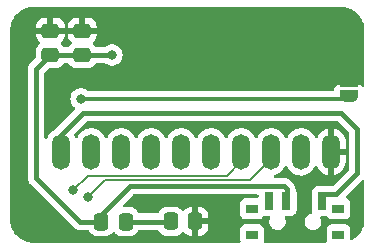
<source format=gbr>
%TF.GenerationSoftware,KiCad,Pcbnew,7.0.2*%
%TF.CreationDate,2023-05-14T05:20:11+02:00*%
%TF.ProjectId,marauder_mini_pcb,6d617261-7564-4657-925f-6d696e695f70,rev?*%
%TF.SameCoordinates,Original*%
%TF.FileFunction,Copper,L2,Bot*%
%TF.FilePolarity,Positive*%
%FSLAX46Y46*%
G04 Gerber Fmt 4.6, Leading zero omitted, Abs format (unit mm)*
G04 Created by KiCad (PCBNEW 7.0.2) date 2023-05-14 05:20:11*
%MOMM*%
%LPD*%
G01*
G04 APERTURE LIST*
G04 Aperture macros list*
%AMRoundRect*
0 Rectangle with rounded corners*
0 $1 Rounding radius*
0 $2 $3 $4 $5 $6 $7 $8 $9 X,Y pos of 4 corners*
0 Add a 4 corners polygon primitive as box body*
4,1,4,$2,$3,$4,$5,$6,$7,$8,$9,$2,$3,0*
0 Add four circle primitives for the rounded corners*
1,1,$1+$1,$2,$3*
1,1,$1+$1,$4,$5*
1,1,$1+$1,$6,$7*
1,1,$1+$1,$8,$9*
0 Add four rect primitives between the rounded corners*
20,1,$1+$1,$2,$3,$4,$5,0*
20,1,$1+$1,$4,$5,$6,$7,0*
20,1,$1+$1,$6,$7,$8,$9,0*
20,1,$1+$1,$8,$9,$2,$3,0*%
%AMFreePoly0*
4,1,19,0.500000,-0.750000,0.000000,-0.750000,0.000000,-0.744911,-0.071157,-0.744911,-0.207708,-0.704816,-0.327430,-0.627875,-0.420627,-0.520320,-0.479746,-0.390866,-0.500000,-0.250000,-0.500000,0.250000,-0.479746,0.390866,-0.420627,0.520320,-0.327430,0.627875,-0.207708,0.704816,-0.071157,0.744911,0.000000,0.744911,0.000000,0.750000,0.500000,0.750000,0.500000,-0.750000,0.500000,-0.750000,
$1*%
%AMFreePoly1*
4,1,19,0.000000,0.744911,0.071157,0.744911,0.207708,0.704816,0.327430,0.627875,0.420627,0.520320,0.479746,0.390866,0.500000,0.250000,0.500000,-0.250000,0.479746,-0.390866,0.420627,-0.520320,0.327430,-0.627875,0.207708,-0.704816,0.071157,-0.744911,0.000000,-0.744911,0.000000,-0.750000,-0.500000,-0.750000,-0.500000,0.750000,0.000000,0.750000,0.000000,0.744911,0.000000,0.744911,
$1*%
G04 Aperture macros list end*
%TA.AperFunction,ComponentPad*%
%ADD10O,1.500000X3.000000*%
%TD*%
%TA.AperFunction,SMDPad,CuDef*%
%ADD11R,1.000000X0.800000*%
%TD*%
%TA.AperFunction,SMDPad,CuDef*%
%ADD12R,0.700000X1.500000*%
%TD*%
%TA.AperFunction,SMDPad,CuDef*%
%ADD13RoundRect,0.250000X0.475000X-0.337500X0.475000X0.337500X-0.475000X0.337500X-0.475000X-0.337500X0*%
%TD*%
%TA.AperFunction,SMDPad,CuDef*%
%ADD14FreePoly0,90.000000*%
%TD*%
%TA.AperFunction,SMDPad,CuDef*%
%ADD15FreePoly1,90.000000*%
%TD*%
%TA.AperFunction,SMDPad,CuDef*%
%ADD16RoundRect,0.250000X0.337500X0.475000X-0.337500X0.475000X-0.337500X-0.475000X0.337500X-0.475000X0*%
%TD*%
%TA.AperFunction,ViaPad*%
%ADD17C,0.800000*%
%TD*%
%TA.AperFunction,Conductor*%
%ADD18C,0.200000*%
%TD*%
%TA.AperFunction,Conductor*%
%ADD19C,0.400000*%
%TD*%
%TA.AperFunction,Conductor*%
%ADD20C,0.250000*%
%TD*%
%TA.AperFunction,Conductor*%
%ADD21C,0.300000*%
%TD*%
G04 APERTURE END LIST*
D10*
%TO.P,J1,1,Pin_1*%
%TO.N,GND*%
X87180000Y-62300000D03*
%TO.P,J1,2,Pin_2*%
%TO.N,unconnected-(J1-Pin_2-Pad2)*%
X84640000Y-62300000D03*
%TO.P,J1,3,Pin_3*%
%TO.N,Net-(J1-Pin_3)*%
X82100000Y-62300000D03*
%TO.P,J1,4,Pin_4*%
%TO.N,Net-(J1-Pin_4)*%
X79560000Y-62300000D03*
%TO.P,J1,5,Pin_5*%
%TO.N,Net-(J1-Pin_5)*%
X77020000Y-62300000D03*
%TO.P,J1,6,Pin_6*%
%TO.N,Net-(J1-Pin_6)*%
X74480000Y-62300000D03*
%TO.P,J1,7,Pin_7*%
%TO.N,unconnected-(J1-Pin_7-Pad7)*%
X71940000Y-62300000D03*
%TO.P,J1,8,Pin_8*%
%TO.N,unconnected-(J1-Pin_8-Pad8)*%
X69400000Y-62300000D03*
%TO.P,J1,9,Pin_9*%
%TO.N,unconnected-(J1-Pin_9-Pad9)*%
X66860000Y-62300000D03*
%TO.P,J1,10,Pin_10*%
%TO.N,Net-(J1-Pin_10)*%
X64320000Y-62300000D03*
%TD*%
D11*
%TO.P,SW1,*%
%TO.N,*%
X87800000Y-69310000D03*
X87800000Y-67100000D03*
X80500000Y-69310000D03*
X80500000Y-67100000D03*
D12*
%TO.P,SW1,1,A*%
%TO.N,Net-(J1-Pin_10)*%
X86400000Y-66450000D03*
%TO.P,SW1,2,B*%
%TO.N,Net-(SW1-B)*%
X83400000Y-66450000D03*
%TO.P,SW1,3,C*%
%TO.N,unconnected-(SW1-C-Pad3)*%
X81900000Y-66450000D03*
%TD*%
D13*
%TO.P,C1,1*%
%TO.N,Net-(SW1-B)*%
X66100000Y-54100000D03*
%TO.P,C1,2*%
%TO.N,GND*%
X66100000Y-52025000D03*
%TD*%
D14*
%TO.P,PROG,1,A*%
%TO.N,Net-(JP1-A)*%
X88700000Y-57600000D03*
D15*
%TO.P,PROG,2,B*%
%TO.N,GND*%
X88700000Y-56300000D03*
%TD*%
D16*
%TO.P,R1,1*%
%TO.N,Net-(D1-A)*%
X69800000Y-68200000D03*
%TO.P,R1,2*%
%TO.N,Net-(SW1-B)*%
X67725000Y-68200000D03*
%TD*%
D13*
%TO.P,C2,1*%
%TO.N,Net-(SW1-B)*%
X63400000Y-54100000D03*
%TO.P,C2,2*%
%TO.N,GND*%
X63400000Y-52025000D03*
%TD*%
D16*
%TO.P,D1,1,K*%
%TO.N,GND*%
X75692000Y-68173600D03*
%TO.P,D1,2,A*%
%TO.N,Net-(D1-A)*%
X73617000Y-68173600D03*
%TD*%
D17*
%TO.N,GND*%
X71500000Y-55800000D03*
X78028800Y-55800000D03*
X64897000Y-55800000D03*
X78003400Y-66319400D03*
X84700000Y-55800000D03*
%TO.N,Net-(J1-Pin_3)*%
X66624200Y-66090800D03*
%TO.N,Net-(J1-Pin_4)*%
X65354200Y-65506600D03*
%TO.N,Net-(SW1-B)*%
X68630800Y-54102000D03*
%TO.N,Net-(JP1-A)*%
X66000000Y-57800000D03*
%TD*%
D18*
%TO.N,GND*%
X88450800Y-56500800D02*
X88700000Y-56750000D01*
D19*
%TO.N,Net-(D1-A)*%
X69800000Y-68200000D02*
X73590600Y-68200000D01*
X73590600Y-68200000D02*
X73617000Y-68173600D01*
%TO.N,Net-(J1-Pin_10)*%
X87600000Y-65900000D02*
X89400000Y-64100000D01*
X64320000Y-62300000D02*
X64320000Y-60880000D01*
X88000000Y-59000000D02*
X89400000Y-60400000D01*
X64320000Y-60880000D02*
X66200000Y-59000000D01*
X86400000Y-66100000D02*
X86600000Y-65900000D01*
X86400000Y-66450000D02*
X86400000Y-66100000D01*
X89400000Y-60400000D02*
X89400000Y-64100000D01*
X86600000Y-65900000D02*
X87600000Y-65900000D01*
X66200000Y-59000000D02*
X88000000Y-59000000D01*
D18*
%TO.N,Net-(J1-Pin_3)*%
X66624200Y-66090800D02*
X68015000Y-64700000D01*
X68015000Y-64700000D02*
X80308600Y-64700000D01*
X82100000Y-62908600D02*
X82100000Y-62300000D01*
X80308600Y-64700000D02*
X82100000Y-62908600D01*
%TO.N,Net-(J1-Pin_4)*%
X79560000Y-63086400D02*
X79560000Y-62300000D01*
X65354200Y-65506600D02*
X66560800Y-64300000D01*
X78346400Y-64300000D02*
X79560000Y-63086400D01*
X66560800Y-64300000D02*
X78346400Y-64300000D01*
D19*
%TO.N,Net-(SW1-B)*%
X63400000Y-54100000D02*
X66100000Y-54100000D01*
X65888600Y-68200000D02*
X62204600Y-64516000D01*
X68628800Y-54100000D02*
X66100000Y-54100000D01*
X83450000Y-65450000D02*
X83450000Y-66195000D01*
X62204600Y-64516000D02*
X62204600Y-55295400D01*
X67725000Y-68200000D02*
X67725000Y-67606200D01*
D20*
X68630800Y-54102000D02*
X68628800Y-54100000D01*
D19*
X67725000Y-68200000D02*
X65888600Y-68200000D01*
X83200000Y-65200000D02*
X83450000Y-65450000D01*
X67725000Y-67606200D02*
X70131200Y-65200000D01*
X70131200Y-65200000D02*
X83200000Y-65200000D01*
X62204600Y-55295400D02*
X63400000Y-54100000D01*
D21*
%TO.N,Net-(JP1-A)*%
X66000000Y-57800000D02*
X88500000Y-57800000D01*
D18*
X88500000Y-57800000D02*
X88700000Y-57600000D01*
%TD*%
%TA.AperFunction,Conductor*%
%TO.N,GND*%
G36*
X88004042Y-50000764D02*
G01*
X88083743Y-50005988D01*
X88261590Y-50018709D01*
X88276904Y-50020772D01*
X88389441Y-50043157D01*
X88530277Y-50073794D01*
X88543690Y-50077518D01*
X88657725Y-50116228D01*
X88661074Y-50117420D01*
X88788808Y-50165062D01*
X88800300Y-50170024D01*
X88910687Y-50224461D01*
X88915187Y-50226798D01*
X89032478Y-50290844D01*
X89041942Y-50296574D01*
X89145269Y-50365615D01*
X89150688Y-50369450D01*
X89256727Y-50448830D01*
X89264145Y-50454844D01*
X89357976Y-50537131D01*
X89363898Y-50542678D01*
X89457320Y-50636100D01*
X89462867Y-50642022D01*
X89545150Y-50735848D01*
X89551173Y-50743278D01*
X89588691Y-50793396D01*
X89630548Y-50849310D01*
X89634383Y-50854729D01*
X89703424Y-50958056D01*
X89709154Y-50967520D01*
X89773183Y-51084779D01*
X89775564Y-51089363D01*
X89829969Y-51199687D01*
X89834938Y-51211196D01*
X89882556Y-51338863D01*
X89883793Y-51342338D01*
X89922470Y-51456276D01*
X89926217Y-51469777D01*
X89956847Y-51610580D01*
X89979230Y-51723107D01*
X89981290Y-51738414D01*
X89994017Y-51916349D01*
X89999235Y-51995954D01*
X89999500Y-52004051D01*
X89999500Y-56642365D01*
X89979815Y-56709404D01*
X89927011Y-56755159D01*
X89857853Y-56765103D01*
X89794298Y-56736079D01*
X89723372Y-56674622D01*
X89592457Y-56614834D01*
X89450000Y-56594353D01*
X88985763Y-56594353D01*
X88914236Y-56594353D01*
X88485764Y-56594353D01*
X88414237Y-56594353D01*
X87950000Y-56594353D01*
X87947792Y-56594510D01*
X87947789Y-56594511D01*
X87878039Y-56599499D01*
X87739947Y-56640047D01*
X87618870Y-56717858D01*
X87524623Y-56826625D01*
X87464834Y-56957542D01*
X87452527Y-57043147D01*
X87423502Y-57106703D01*
X87364724Y-57144477D01*
X87329789Y-57149500D01*
X66676975Y-57149500D01*
X66609936Y-57129815D01*
X66604105Y-57125829D01*
X66452730Y-57015849D01*
X66452729Y-57015848D01*
X66452727Y-57015847D01*
X66279802Y-56938855D01*
X66094648Y-56899500D01*
X66094646Y-56899500D01*
X65905354Y-56899500D01*
X65905352Y-56899500D01*
X65720197Y-56938855D01*
X65547269Y-57015848D01*
X65394129Y-57127110D01*
X65267466Y-57267783D01*
X65172820Y-57431715D01*
X65114326Y-57611742D01*
X65094540Y-57800000D01*
X65114326Y-57988257D01*
X65172820Y-58168284D01*
X65267466Y-58332216D01*
X65334890Y-58407097D01*
X65394129Y-58472888D01*
X65474946Y-58531604D01*
X65517610Y-58586932D01*
X65523589Y-58656545D01*
X65490984Y-58718340D01*
X65489740Y-58719602D01*
X63842290Y-60367051D01*
X63836837Y-60372184D01*
X63796576Y-60407853D01*
X63773108Y-60424233D01*
X63628317Y-60502148D01*
X63452335Y-60642490D01*
X63304233Y-60812006D01*
X63188783Y-61005237D01*
X63145193Y-61121386D01*
X63103208Y-61177234D01*
X63037694Y-61201518D01*
X62969452Y-61186527D01*
X62920147Y-61137021D01*
X62905100Y-61077816D01*
X62905100Y-55636918D01*
X62924785Y-55569879D01*
X62941415Y-55549241D01*
X63266338Y-55224317D01*
X63327661Y-55190833D01*
X63354019Y-55187999D01*
X63921859Y-55187999D01*
X63925008Y-55187999D01*
X64027797Y-55177499D01*
X64194334Y-55122314D01*
X64343656Y-55030212D01*
X64467712Y-54906156D01*
X64496548Y-54859404D01*
X64548497Y-54812679D01*
X64602088Y-54800500D01*
X64897912Y-54800500D01*
X64964951Y-54820185D01*
X65003451Y-54859404D01*
X65032288Y-54906157D01*
X65156342Y-55030211D01*
X65212895Y-55065093D01*
X65305666Y-55122314D01*
X65417016Y-55159212D01*
X65472202Y-55177499D01*
X65571858Y-55187680D01*
X65571859Y-55187680D01*
X65574991Y-55188000D01*
X66625008Y-55187999D01*
X66727797Y-55177499D01*
X66894334Y-55122314D01*
X67043656Y-55030212D01*
X67167712Y-54906156D01*
X67196548Y-54859404D01*
X67248497Y-54812679D01*
X67302088Y-54800500D01*
X68019891Y-54800500D01*
X68086930Y-54820185D01*
X68092770Y-54824177D01*
X68178070Y-54886151D01*
X68178071Y-54886151D01*
X68178072Y-54886152D01*
X68350997Y-54963144D01*
X68536152Y-55002500D01*
X68536154Y-55002500D01*
X68725448Y-55002500D01*
X68848884Y-54976262D01*
X68910603Y-54963144D01*
X69083530Y-54886151D01*
X69120344Y-54859404D01*
X69236670Y-54774889D01*
X69363333Y-54634216D01*
X69457979Y-54470284D01*
X69457978Y-54470283D01*
X69516474Y-54290256D01*
X69536260Y-54102000D01*
X69516474Y-53913744D01*
X69457979Y-53733716D01*
X69457979Y-53733715D01*
X69363333Y-53569783D01*
X69236670Y-53429110D01*
X69083530Y-53317848D01*
X68910602Y-53240855D01*
X68725448Y-53201500D01*
X68725446Y-53201500D01*
X68536154Y-53201500D01*
X68536152Y-53201500D01*
X68350997Y-53240855D01*
X68178072Y-53317846D01*
X68113745Y-53364583D01*
X68098281Y-53375818D01*
X68032477Y-53399298D01*
X68025397Y-53399500D01*
X67302088Y-53399500D01*
X67235049Y-53379815D01*
X67196549Y-53340596D01*
X67167711Y-53293842D01*
X67043659Y-53169790D01*
X67040345Y-53167746D01*
X66993620Y-53115799D01*
X66982396Y-53046836D01*
X67010238Y-52982754D01*
X67040348Y-52956664D01*
X67043348Y-52954813D01*
X67167316Y-52830845D01*
X67259357Y-52681622D01*
X67314506Y-52515196D01*
X67324680Y-52415609D01*
X67325000Y-52409331D01*
X67325000Y-52275000D01*
X64875001Y-52275000D01*
X64875001Y-52409329D01*
X64875321Y-52415611D01*
X64885493Y-52515195D01*
X64940642Y-52681622D01*
X65032683Y-52830845D01*
X65156654Y-52954816D01*
X65159656Y-52956668D01*
X65206380Y-53008617D01*
X65217601Y-53077579D01*
X65189757Y-53141661D01*
X65159659Y-53167742D01*
X65156344Y-53169786D01*
X65032288Y-53293842D01*
X65003451Y-53340596D01*
X64951503Y-53387321D01*
X64897912Y-53399500D01*
X64602088Y-53399500D01*
X64535049Y-53379815D01*
X64496549Y-53340596D01*
X64467711Y-53293842D01*
X64343659Y-53169790D01*
X64340345Y-53167746D01*
X64293620Y-53115799D01*
X64282396Y-53046836D01*
X64310238Y-52982754D01*
X64340348Y-52956664D01*
X64343348Y-52954813D01*
X64467316Y-52830845D01*
X64559357Y-52681622D01*
X64614506Y-52515196D01*
X64624680Y-52415609D01*
X64625000Y-52409331D01*
X64625000Y-52275000D01*
X62175001Y-52275000D01*
X62175001Y-52409329D01*
X62175321Y-52415611D01*
X62185493Y-52515195D01*
X62240642Y-52681622D01*
X62332683Y-52830845D01*
X62456654Y-52954816D01*
X62459656Y-52956668D01*
X62506380Y-53008617D01*
X62517601Y-53077579D01*
X62489757Y-53141661D01*
X62459659Y-53167742D01*
X62456344Y-53169786D01*
X62332288Y-53293842D01*
X62240186Y-53443165D01*
X62185000Y-53609702D01*
X62174819Y-53709358D01*
X62174817Y-53709378D01*
X62174500Y-53712491D01*
X62174500Y-53715638D01*
X62174500Y-53715639D01*
X62174500Y-54283479D01*
X62154815Y-54350518D01*
X62138181Y-54371160D01*
X61726890Y-54782451D01*
X61721438Y-54787583D01*
X61676416Y-54827470D01*
X61642249Y-54876968D01*
X61637813Y-54882997D01*
X61600721Y-54930342D01*
X61596561Y-54939586D01*
X61585541Y-54959125D01*
X61579782Y-54967469D01*
X61558453Y-55023705D01*
X61555589Y-55030619D01*
X61530903Y-55085470D01*
X61529075Y-55095447D01*
X61523054Y-55117048D01*
X61519459Y-55126528D01*
X61512209Y-55186227D01*
X61511083Y-55193626D01*
X61500241Y-55252790D01*
X61503874Y-55312833D01*
X61504100Y-55320320D01*
X61504100Y-64491079D01*
X61503874Y-64498566D01*
X61500241Y-64558607D01*
X61511083Y-64617771D01*
X61512210Y-64625172D01*
X61519460Y-64684873D01*
X61523050Y-64694339D01*
X61529075Y-64715952D01*
X61530903Y-64725929D01*
X61555591Y-64780783D01*
X61558456Y-64787701D01*
X61579780Y-64843926D01*
X61579782Y-64843930D01*
X61585541Y-64852273D01*
X61596561Y-64871813D01*
X61600720Y-64881054D01*
X61637816Y-64928405D01*
X61642251Y-64934432D01*
X61676417Y-64983929D01*
X61721447Y-65023822D01*
X61726883Y-65028940D01*
X65375658Y-68677715D01*
X65380778Y-68683153D01*
X65420671Y-68728183D01*
X65420672Y-68728184D01*
X65470173Y-68762352D01*
X65476191Y-68766780D01*
X65523544Y-68803878D01*
X65532780Y-68808034D01*
X65552331Y-68819062D01*
X65560666Y-68824816D01*
X65560668Y-68824816D01*
X65560670Y-68824818D01*
X65616926Y-68846152D01*
X65623820Y-68849009D01*
X65678669Y-68873695D01*
X65688644Y-68875522D01*
X65710256Y-68881547D01*
X65719728Y-68885140D01*
X65779441Y-68892390D01*
X65786785Y-68893507D01*
X65845994Y-68904358D01*
X65902702Y-68900927D01*
X65906034Y-68900726D01*
X65913521Y-68900500D01*
X66582052Y-68900500D01*
X66649091Y-68920185D01*
X66694846Y-68972989D01*
X66699758Y-68985497D01*
X66702686Y-68994334D01*
X66794788Y-69143657D01*
X66918842Y-69267711D01*
X66918844Y-69267712D01*
X67068166Y-69359814D01*
X67179516Y-69396712D01*
X67234702Y-69414999D01*
X67334358Y-69425180D01*
X67334359Y-69425180D01*
X67337491Y-69425500D01*
X68112508Y-69425499D01*
X68215297Y-69414999D01*
X68381834Y-69359814D01*
X68531156Y-69267712D01*
X68655212Y-69143656D01*
X68656960Y-69140821D01*
X68708908Y-69094096D01*
X68777871Y-69082873D01*
X68841953Y-69110716D01*
X68868039Y-69140821D01*
X68869788Y-69143657D01*
X68993842Y-69267711D01*
X68993844Y-69267712D01*
X69143166Y-69359814D01*
X69254516Y-69396712D01*
X69309702Y-69414999D01*
X69409358Y-69425180D01*
X69409359Y-69425180D01*
X69412491Y-69425500D01*
X70187508Y-69425499D01*
X70290297Y-69414999D01*
X70456834Y-69359814D01*
X70606156Y-69267712D01*
X70730212Y-69143656D01*
X70822314Y-68994334D01*
X70825242Y-68985496D01*
X70865014Y-68928052D01*
X70929529Y-68901228D01*
X70942948Y-68900500D01*
X72483886Y-68900500D01*
X72550925Y-68920185D01*
X72589425Y-68959404D01*
X72686788Y-69117257D01*
X72810842Y-69241311D01*
X72810844Y-69241312D01*
X72960166Y-69333414D01*
X73071516Y-69370312D01*
X73126702Y-69388599D01*
X73226358Y-69398780D01*
X73226359Y-69398780D01*
X73229491Y-69399100D01*
X74004508Y-69399099D01*
X74107297Y-69388599D01*
X74273834Y-69333414D01*
X74423156Y-69241312D01*
X74547212Y-69117256D01*
X74549252Y-69113947D01*
X74601195Y-69067222D01*
X74670157Y-69055995D01*
X74734241Y-69083835D01*
X74760331Y-69113943D01*
X74762182Y-69116944D01*
X74886154Y-69240916D01*
X75035377Y-69332957D01*
X75201803Y-69388106D01*
X75301390Y-69398280D01*
X75307668Y-69398599D01*
X75441999Y-69398599D01*
X75442000Y-69398598D01*
X75442000Y-68423600D01*
X75942000Y-68423600D01*
X75942000Y-69398599D01*
X76076329Y-69398599D01*
X76082611Y-69398278D01*
X76182195Y-69388106D01*
X76348622Y-69332957D01*
X76497845Y-69240916D01*
X76621816Y-69116945D01*
X76713857Y-68967722D01*
X76769006Y-68801296D01*
X76779180Y-68701709D01*
X76779500Y-68695431D01*
X76779500Y-68423600D01*
X75942000Y-68423600D01*
X75442000Y-68423600D01*
X75442000Y-66948600D01*
X75942000Y-66948600D01*
X75942000Y-67923600D01*
X76779499Y-67923600D01*
X76779499Y-67651770D01*
X76779178Y-67645488D01*
X76769006Y-67545904D01*
X76713857Y-67379477D01*
X76621816Y-67230254D01*
X76497845Y-67106283D01*
X76348622Y-67014242D01*
X76182196Y-66959093D01*
X76082609Y-66948919D01*
X76076332Y-66948600D01*
X75942000Y-66948600D01*
X75442000Y-66948600D01*
X75307671Y-66948600D01*
X75301388Y-66948921D01*
X75201804Y-66959093D01*
X75035377Y-67014242D01*
X74886154Y-67106283D01*
X74762183Y-67230254D01*
X74760330Y-67233259D01*
X74708380Y-67279982D01*
X74639417Y-67291202D01*
X74575336Y-67263357D01*
X74549252Y-67233252D01*
X74547403Y-67230254D01*
X74547212Y-67229944D01*
X74547210Y-67229942D01*
X74547209Y-67229940D01*
X74423157Y-67105888D01*
X74273834Y-67013786D01*
X74107297Y-66958600D01*
X74007641Y-66948419D01*
X74007622Y-66948418D01*
X74004509Y-66948100D01*
X74001360Y-66948100D01*
X73232641Y-66948100D01*
X73232621Y-66948100D01*
X73229492Y-66948101D01*
X73226360Y-66948420D01*
X73226358Y-66948421D01*
X73126703Y-66958600D01*
X72960165Y-67013786D01*
X72810842Y-67105888D01*
X72686788Y-67229942D01*
X72594684Y-67379268D01*
X72583008Y-67414505D01*
X72543235Y-67471950D01*
X72478719Y-67498772D01*
X72465303Y-67499500D01*
X70942948Y-67499500D01*
X70875909Y-67479815D01*
X70830154Y-67427011D01*
X70825242Y-67414503D01*
X70822314Y-67405666D01*
X70761755Y-67307483D01*
X70730211Y-67256342D01*
X70606157Y-67132288D01*
X70456834Y-67040186D01*
X70290297Y-66985000D01*
X70190641Y-66974819D01*
X70190622Y-66974818D01*
X70187509Y-66974500D01*
X70184360Y-66974500D01*
X69646717Y-66974500D01*
X69579678Y-66954815D01*
X69533923Y-66902011D01*
X69523979Y-66832853D01*
X69553004Y-66769297D01*
X69559019Y-66762836D01*
X70385037Y-65936819D01*
X70446361Y-65903334D01*
X70472719Y-65900500D01*
X80925500Y-65900500D01*
X80992539Y-65920185D01*
X81038294Y-65972989D01*
X81049500Y-66024500D01*
X81049500Y-66075500D01*
X81029815Y-66142539D01*
X80977011Y-66188294D01*
X80925500Y-66199500D01*
X79955439Y-66199500D01*
X79955420Y-66199500D01*
X79952128Y-66199501D01*
X79948848Y-66199853D01*
X79948840Y-66199854D01*
X79892515Y-66205909D01*
X79757669Y-66256204D01*
X79642454Y-66342454D01*
X79556204Y-66457668D01*
X79505910Y-66592515D01*
X79505909Y-66592517D01*
X79499500Y-66652127D01*
X79499500Y-66655448D01*
X79499500Y-66655449D01*
X79499500Y-67544560D01*
X79499500Y-67544578D01*
X79499501Y-67547872D01*
X79505909Y-67607483D01*
X79556204Y-67742331D01*
X79642454Y-67857546D01*
X79757669Y-67943796D01*
X79892517Y-67994091D01*
X79952127Y-68000500D01*
X81047872Y-68000499D01*
X81107483Y-67994091D01*
X81242331Y-67943796D01*
X81357546Y-67857546D01*
X81437914Y-67750188D01*
X81493846Y-67708317D01*
X81537174Y-67700499D01*
X81921168Y-67700499D01*
X81988206Y-67720184D01*
X82033961Y-67772988D01*
X82043905Y-67842146D01*
X82030964Y-67882125D01*
X81990209Y-67959776D01*
X81949500Y-68124944D01*
X81949500Y-68295055D01*
X81990209Y-68460224D01*
X81990210Y-68460225D01*
X82069266Y-68610852D01*
X82147012Y-68698609D01*
X82182072Y-68738184D01*
X82252070Y-68786500D01*
X82322070Y-68834818D01*
X82481128Y-68895140D01*
X82607628Y-68910500D01*
X82611377Y-68910500D01*
X82688623Y-68910500D01*
X82692372Y-68910500D01*
X82818872Y-68895140D01*
X82977930Y-68834818D01*
X83117929Y-68738183D01*
X83230734Y-68610852D01*
X83309790Y-68460225D01*
X83350500Y-68295056D01*
X83350500Y-68124944D01*
X83309790Y-67959775D01*
X83269035Y-67882125D01*
X83255310Y-67813617D01*
X83280802Y-67748564D01*
X83337418Y-67707619D01*
X83378832Y-67700499D01*
X83794561Y-67700499D01*
X83797872Y-67700499D01*
X83857483Y-67694091D01*
X83992331Y-67643796D01*
X84107546Y-67557546D01*
X84193796Y-67442331D01*
X84244091Y-67307483D01*
X84250500Y-67247873D01*
X84250499Y-65652128D01*
X84244091Y-65592517D01*
X84193796Y-65457669D01*
X84171225Y-65427518D01*
X84148522Y-65375556D01*
X84143516Y-65348236D01*
X84142389Y-65340833D01*
X84139882Y-65320185D01*
X84135140Y-65281128D01*
X84135139Y-65281125D01*
X84131546Y-65271650D01*
X84125519Y-65250029D01*
X84123694Y-65240068D01*
X84099012Y-65185228D01*
X84096151Y-65178322D01*
X84074818Y-65122070D01*
X84069058Y-65113726D01*
X84058030Y-65094172D01*
X84053877Y-65084943D01*
X84016788Y-65037602D01*
X84012349Y-65031569D01*
X83978184Y-64982072D01*
X83969505Y-64974383D01*
X83933153Y-64942178D01*
X83927715Y-64937058D01*
X83712940Y-64722283D01*
X83707822Y-64716847D01*
X83667929Y-64671817D01*
X83618432Y-64637651D01*
X83612405Y-64633216D01*
X83577793Y-64606100D01*
X83565057Y-64596122D01*
X83565055Y-64596121D01*
X83565054Y-64596120D01*
X83555813Y-64591961D01*
X83536273Y-64580941D01*
X83527930Y-64575182D01*
X83527927Y-64575181D01*
X83527926Y-64575180D01*
X83471701Y-64553856D01*
X83464783Y-64550991D01*
X83409929Y-64526303D01*
X83399952Y-64524475D01*
X83378339Y-64518450D01*
X83368873Y-64514860D01*
X83309172Y-64507610D01*
X83301771Y-64506483D01*
X83242607Y-64495641D01*
X83182566Y-64499274D01*
X83175079Y-64499500D01*
X82468506Y-64499500D01*
X82401467Y-64479815D01*
X82355712Y-64427011D01*
X82345768Y-64357853D01*
X82374793Y-64294297D01*
X82430187Y-64257569D01*
X82593464Y-64204517D01*
X82791681Y-64097852D01*
X82967666Y-63957508D01*
X83115765Y-63787996D01*
X83231215Y-63594764D01*
X83253308Y-63535897D01*
X83295291Y-63480051D01*
X83360805Y-63455767D01*
X83429047Y-63470758D01*
X83478352Y-63520263D01*
X83481120Y-63525668D01*
X83562170Y-63693972D01*
X83630483Y-63787996D01*
X83694478Y-63876078D01*
X83857175Y-64031632D01*
X84045032Y-64155635D01*
X84252012Y-64244103D01*
X84471463Y-64294191D01*
X84676998Y-64303421D01*
X84696328Y-64304290D01*
X84696328Y-64304289D01*
X84696330Y-64304290D01*
X84919387Y-64274075D01*
X85133464Y-64204517D01*
X85331681Y-64097852D01*
X85507666Y-63957508D01*
X85655765Y-63787996D01*
X85771215Y-63594764D01*
X85793550Y-63535250D01*
X85835534Y-63479404D01*
X85901048Y-63455120D01*
X85969291Y-63470111D01*
X86018596Y-63519616D01*
X86021363Y-63525021D01*
X86102599Y-63693712D01*
X86234855Y-63875745D01*
X86397491Y-64031241D01*
X86585271Y-64155193D01*
X86792166Y-64243625D01*
X86929999Y-64275084D01*
X86930000Y-64275084D01*
X86930000Y-62735501D01*
X87037685Y-62784680D01*
X87144237Y-62800000D01*
X87215763Y-62800000D01*
X87322315Y-62784680D01*
X87430000Y-62735501D01*
X87430000Y-64277549D01*
X87459274Y-64273585D01*
X87673265Y-64204055D01*
X87871407Y-64097430D01*
X88047318Y-63957146D01*
X88195359Y-63787700D01*
X88310762Y-63594548D01*
X88389825Y-63383888D01*
X88430000Y-63162503D01*
X88430000Y-62550000D01*
X87613686Y-62550000D01*
X87639493Y-62509844D01*
X87680000Y-62371889D01*
X87680000Y-62228111D01*
X87639493Y-62090156D01*
X87613686Y-62050000D01*
X88430000Y-62050000D01*
X88430000Y-61496643D01*
X88429751Y-61491105D01*
X88414882Y-61325898D01*
X88355022Y-61109004D01*
X88257399Y-60906287D01*
X88125144Y-60724254D01*
X87962508Y-60568758D01*
X87774728Y-60444806D01*
X87567834Y-60356375D01*
X87430000Y-60324915D01*
X87430000Y-61864498D01*
X87322315Y-61815320D01*
X87215763Y-61800000D01*
X87144237Y-61800000D01*
X87037685Y-61815320D01*
X86929999Y-61864498D01*
X86929999Y-60322449D01*
X86929997Y-60322449D01*
X86900726Y-60326414D01*
X86686734Y-60395944D01*
X86488592Y-60502569D01*
X86312681Y-60642853D01*
X86164640Y-60812299D01*
X86049237Y-61005451D01*
X86026992Y-61064723D01*
X85985006Y-61120571D01*
X85919492Y-61144854D01*
X85851250Y-61129862D01*
X85801946Y-61080356D01*
X85799179Y-61074953D01*
X85717829Y-60906027D01*
X85585524Y-60723925D01*
X85585522Y-60723922D01*
X85422825Y-60568368D01*
X85422822Y-60568366D01*
X85422821Y-60568365D01*
X85234968Y-60444365D01*
X85027987Y-60355896D01*
X84808537Y-60305809D01*
X84583671Y-60295709D01*
X84360611Y-60325925D01*
X84146537Y-60395482D01*
X84098805Y-60421168D01*
X83948319Y-60502148D01*
X83948317Y-60502149D01*
X83948318Y-60502149D01*
X83772335Y-60642490D01*
X83624233Y-60812006D01*
X83508784Y-61005236D01*
X83486692Y-61064101D01*
X83444706Y-61119949D01*
X83379192Y-61144232D01*
X83310950Y-61129240D01*
X83261646Y-61079734D01*
X83258879Y-61074331D01*
X83225605Y-61005237D01*
X83177829Y-60906027D01*
X83045522Y-60723922D01*
X82882825Y-60568368D01*
X82882822Y-60568366D01*
X82882821Y-60568365D01*
X82694968Y-60444365D01*
X82487987Y-60355896D01*
X82268537Y-60305809D01*
X82043671Y-60295709D01*
X81820611Y-60325925D01*
X81606537Y-60395482D01*
X81558805Y-60421168D01*
X81408319Y-60502148D01*
X81408317Y-60502149D01*
X81408318Y-60502149D01*
X81232335Y-60642490D01*
X81084233Y-60812006D01*
X80968784Y-61005236D01*
X80946692Y-61064101D01*
X80904706Y-61119949D01*
X80839192Y-61144232D01*
X80770950Y-61129240D01*
X80721646Y-61079734D01*
X80718879Y-61074331D01*
X80685605Y-61005237D01*
X80637829Y-60906027D01*
X80505522Y-60723922D01*
X80342825Y-60568368D01*
X80342822Y-60568366D01*
X80342821Y-60568365D01*
X80154968Y-60444365D01*
X79947987Y-60355896D01*
X79728537Y-60305809D01*
X79503671Y-60295709D01*
X79280611Y-60325925D01*
X79066537Y-60395482D01*
X79018805Y-60421168D01*
X78868319Y-60502148D01*
X78868317Y-60502149D01*
X78868318Y-60502149D01*
X78692335Y-60642490D01*
X78544233Y-60812006D01*
X78428784Y-61005236D01*
X78406692Y-61064101D01*
X78364706Y-61119949D01*
X78299192Y-61144232D01*
X78230950Y-61129240D01*
X78181646Y-61079734D01*
X78178879Y-61074331D01*
X78145605Y-61005237D01*
X78097829Y-60906027D01*
X77965522Y-60723922D01*
X77802825Y-60568368D01*
X77802822Y-60568366D01*
X77802821Y-60568365D01*
X77614968Y-60444365D01*
X77407987Y-60355896D01*
X77188537Y-60305809D01*
X76963671Y-60295709D01*
X76740611Y-60325925D01*
X76526537Y-60395482D01*
X76478805Y-60421168D01*
X76328319Y-60502148D01*
X76328317Y-60502149D01*
X76328318Y-60502149D01*
X76152335Y-60642490D01*
X76004233Y-60812006D01*
X75888784Y-61005236D01*
X75866692Y-61064101D01*
X75824706Y-61119949D01*
X75759192Y-61144232D01*
X75690950Y-61129240D01*
X75641646Y-61079734D01*
X75638879Y-61074331D01*
X75605605Y-61005237D01*
X75557829Y-60906027D01*
X75425522Y-60723922D01*
X75262825Y-60568368D01*
X75262822Y-60568366D01*
X75262821Y-60568365D01*
X75074968Y-60444365D01*
X74867987Y-60355896D01*
X74648537Y-60305809D01*
X74423671Y-60295709D01*
X74200611Y-60325925D01*
X73986537Y-60395482D01*
X73938805Y-60421168D01*
X73788319Y-60502148D01*
X73788317Y-60502149D01*
X73788318Y-60502149D01*
X73612335Y-60642490D01*
X73464233Y-60812006D01*
X73348784Y-61005236D01*
X73326692Y-61064101D01*
X73284706Y-61119949D01*
X73219192Y-61144232D01*
X73150950Y-61129240D01*
X73101646Y-61079734D01*
X73098879Y-61074331D01*
X73065605Y-61005237D01*
X73017829Y-60906027D01*
X72885522Y-60723922D01*
X72722825Y-60568368D01*
X72722822Y-60568366D01*
X72722821Y-60568365D01*
X72534968Y-60444365D01*
X72327987Y-60355896D01*
X72108537Y-60305809D01*
X71883671Y-60295709D01*
X71660611Y-60325925D01*
X71446537Y-60395482D01*
X71398805Y-60421168D01*
X71248319Y-60502148D01*
X71248317Y-60502149D01*
X71248318Y-60502149D01*
X71072335Y-60642490D01*
X70924233Y-60812006D01*
X70808784Y-61005236D01*
X70786692Y-61064101D01*
X70744706Y-61119949D01*
X70679192Y-61144232D01*
X70610950Y-61129240D01*
X70561646Y-61079734D01*
X70558879Y-61074331D01*
X70525605Y-61005237D01*
X70477829Y-60906027D01*
X70345522Y-60723922D01*
X70182825Y-60568368D01*
X70182822Y-60568366D01*
X70182821Y-60568365D01*
X69994968Y-60444365D01*
X69787987Y-60355896D01*
X69568537Y-60305809D01*
X69343671Y-60295709D01*
X69120611Y-60325925D01*
X68906537Y-60395482D01*
X68858805Y-60421168D01*
X68708319Y-60502148D01*
X68708317Y-60502149D01*
X68708318Y-60502149D01*
X68532335Y-60642490D01*
X68384233Y-60812006D01*
X68268784Y-61005236D01*
X68246692Y-61064101D01*
X68204706Y-61119949D01*
X68139192Y-61144232D01*
X68070950Y-61129240D01*
X68021646Y-61079734D01*
X68018879Y-61074331D01*
X67985605Y-61005237D01*
X67937829Y-60906027D01*
X67805522Y-60723922D01*
X67642825Y-60568368D01*
X67642822Y-60568366D01*
X67642821Y-60568365D01*
X67454968Y-60444365D01*
X67247987Y-60355896D01*
X67028537Y-60305809D01*
X66803671Y-60295709D01*
X66580611Y-60325925D01*
X66366537Y-60395482D01*
X66318805Y-60421168D01*
X66168319Y-60502148D01*
X66168317Y-60502149D01*
X66168318Y-60502149D01*
X65992335Y-60642490D01*
X65844233Y-60812006D01*
X65728785Y-61005234D01*
X65706692Y-61064101D01*
X65664706Y-61119948D01*
X65599192Y-61144231D01*
X65530949Y-61129239D01*
X65481645Y-61079733D01*
X65478879Y-61074330D01*
X65399208Y-60908889D01*
X65387856Y-60839948D01*
X65415579Y-60775813D01*
X65423235Y-60767419D01*
X66453836Y-59736819D01*
X66515160Y-59703334D01*
X66541518Y-59700500D01*
X87658481Y-59700500D01*
X87725520Y-59720185D01*
X87746162Y-59736819D01*
X88663181Y-60653838D01*
X88696666Y-60715161D01*
X88699500Y-60741519D01*
X88699500Y-63758480D01*
X88679815Y-63825519D01*
X88663181Y-63846161D01*
X87346162Y-65163181D01*
X87284839Y-65196666D01*
X87258481Y-65199500D01*
X86624921Y-65199500D01*
X86617434Y-65199274D01*
X86557393Y-65195641D01*
X86547423Y-65197469D01*
X86525073Y-65199500D01*
X86005439Y-65199500D01*
X86005420Y-65199500D01*
X86002128Y-65199501D01*
X85998848Y-65199853D01*
X85998840Y-65199854D01*
X85942515Y-65205909D01*
X85807669Y-65256204D01*
X85692454Y-65342454D01*
X85606204Y-65457668D01*
X85555910Y-65592515D01*
X85555909Y-65592517D01*
X85549500Y-65652127D01*
X85549500Y-65655448D01*
X85549500Y-65655449D01*
X85549500Y-67244560D01*
X85549500Y-67244578D01*
X85549501Y-67247872D01*
X85549853Y-67251152D01*
X85549854Y-67251159D01*
X85555909Y-67307484D01*
X85575234Y-67359296D01*
X85580218Y-67428987D01*
X85546733Y-67490310D01*
X85494868Y-67518630D01*
X85495206Y-67519521D01*
X85488760Y-67521965D01*
X85485410Y-67523795D01*
X85482749Y-67524245D01*
X85322069Y-67585182D01*
X85182072Y-67681815D01*
X85069265Y-67809149D01*
X84990209Y-67959775D01*
X84949500Y-68124944D01*
X84949500Y-68295055D01*
X84990209Y-68460224D01*
X84990210Y-68460225D01*
X85069266Y-68610852D01*
X85147012Y-68698609D01*
X85182072Y-68738184D01*
X85252070Y-68786500D01*
X85322070Y-68834818D01*
X85481128Y-68895140D01*
X85607628Y-68910500D01*
X85611377Y-68910500D01*
X85688623Y-68910500D01*
X85692372Y-68910500D01*
X85818872Y-68895140D01*
X85977930Y-68834818D01*
X86117929Y-68738183D01*
X86230734Y-68610852D01*
X86309790Y-68460225D01*
X86350500Y-68295056D01*
X86350500Y-68124944D01*
X86309790Y-67959775D01*
X86269035Y-67882125D01*
X86255310Y-67813617D01*
X86280802Y-67748564D01*
X86337418Y-67707619D01*
X86378832Y-67700499D01*
X86762819Y-67700499D01*
X86829858Y-67720184D01*
X86862086Y-67750188D01*
X86942452Y-67857544D01*
X86942454Y-67857546D01*
X87057669Y-67943796D01*
X87192517Y-67994091D01*
X87252127Y-68000500D01*
X88347872Y-68000499D01*
X88407483Y-67994091D01*
X88542331Y-67943796D01*
X88657546Y-67857546D01*
X88743796Y-67742331D01*
X88794091Y-67607483D01*
X88800500Y-67547873D01*
X88800499Y-66652128D01*
X88794091Y-66592517D01*
X88743796Y-66457669D01*
X88657546Y-66342454D01*
X88542331Y-66256204D01*
X88542330Y-66256203D01*
X88542328Y-66256202D01*
X88498870Y-66239993D01*
X88442937Y-66198121D01*
X88418521Y-66132656D01*
X88433374Y-66064384D01*
X88454521Y-66036134D01*
X89787819Y-64702836D01*
X89849142Y-64669352D01*
X89918834Y-64674336D01*
X89974767Y-64716208D01*
X89999184Y-64781672D01*
X89999500Y-64790518D01*
X89999500Y-67995947D01*
X89999234Y-68004058D01*
X89994017Y-68083648D01*
X89981291Y-68261574D01*
X89979225Y-68276916D01*
X89956851Y-68389402D01*
X89926212Y-68530244D01*
X89922473Y-68543714D01*
X89883793Y-68657660D01*
X89882556Y-68661135D01*
X89834938Y-68788802D01*
X89829969Y-68800311D01*
X89775564Y-68910635D01*
X89773183Y-68915219D01*
X89709154Y-69032478D01*
X89703424Y-69041942D01*
X89634383Y-69145269D01*
X89630548Y-69150688D01*
X89551181Y-69256711D01*
X89545142Y-69264160D01*
X89462867Y-69357976D01*
X89457320Y-69363898D01*
X89363898Y-69457320D01*
X89357976Y-69462867D01*
X89264160Y-69545142D01*
X89256711Y-69551181D01*
X89150688Y-69630548D01*
X89145269Y-69634383D01*
X89041942Y-69703425D01*
X89032477Y-69709156D01*
X88983925Y-69735667D01*
X88915652Y-69750518D01*
X88850188Y-69726101D01*
X88808317Y-69670167D01*
X88800499Y-69626838D01*
X88800499Y-68862128D01*
X88794091Y-68802517D01*
X88743796Y-68667669D01*
X88657546Y-68552454D01*
X88542331Y-68466204D01*
X88407483Y-68415909D01*
X88347873Y-68409500D01*
X88344550Y-68409500D01*
X87255439Y-68409500D01*
X87255420Y-68409500D01*
X87252128Y-68409501D01*
X87248848Y-68409853D01*
X87248840Y-68409854D01*
X87192515Y-68415909D01*
X87057669Y-68466204D01*
X86942454Y-68552454D01*
X86856204Y-68667668D01*
X86805909Y-68802516D01*
X86801076Y-68847472D01*
X86799500Y-68862127D01*
X86799500Y-68865448D01*
X86799500Y-68865449D01*
X86799500Y-69754560D01*
X86799500Y-69754578D01*
X86799501Y-69757872D01*
X86799853Y-69761152D01*
X86799854Y-69761159D01*
X86805909Y-69817486D01*
X86811385Y-69832166D01*
X86816370Y-69901857D01*
X86782886Y-69963181D01*
X86721563Y-69996666D01*
X86695204Y-69999500D01*
X81604797Y-69999500D01*
X81537758Y-69979815D01*
X81492003Y-69927011D01*
X81482059Y-69857853D01*
X81488615Y-69832168D01*
X81494090Y-69817487D01*
X81494090Y-69817485D01*
X81494091Y-69817483D01*
X81500500Y-69757873D01*
X81500499Y-68862128D01*
X81494091Y-68802517D01*
X81443796Y-68667669D01*
X81357546Y-68552454D01*
X81242331Y-68466204D01*
X81107483Y-68415909D01*
X81047873Y-68409500D01*
X81044550Y-68409500D01*
X79955439Y-68409500D01*
X79955420Y-68409500D01*
X79952128Y-68409501D01*
X79948848Y-68409853D01*
X79948840Y-68409854D01*
X79892515Y-68415909D01*
X79757669Y-68466204D01*
X79642454Y-68552454D01*
X79556204Y-68667668D01*
X79505909Y-68802516D01*
X79501076Y-68847472D01*
X79499500Y-68862127D01*
X79499500Y-68865448D01*
X79499500Y-68865449D01*
X79499500Y-69754560D01*
X79499500Y-69754578D01*
X79499501Y-69757872D01*
X79499853Y-69761152D01*
X79499854Y-69761159D01*
X79505909Y-69817486D01*
X79511385Y-69832166D01*
X79516370Y-69901857D01*
X79482886Y-69963181D01*
X79421563Y-69996666D01*
X79395204Y-69999500D01*
X62004053Y-69999500D01*
X61995943Y-69999234D01*
X61916352Y-69994017D01*
X61738424Y-69981291D01*
X61723082Y-69979225D01*
X61665195Y-69967710D01*
X61610600Y-69956851D01*
X61469746Y-69926210D01*
X61456284Y-69922473D01*
X61342338Y-69883793D01*
X61338863Y-69882556D01*
X61211196Y-69834938D01*
X61199687Y-69829969D01*
X61134947Y-69798043D01*
X61089348Y-69775556D01*
X61084779Y-69773183D01*
X60967520Y-69709154D01*
X60958056Y-69703424D01*
X60854729Y-69634383D01*
X60849310Y-69630548D01*
X60793396Y-69588691D01*
X60743278Y-69551173D01*
X60735848Y-69545150D01*
X60642022Y-69462867D01*
X60636100Y-69457320D01*
X60542678Y-69363898D01*
X60537131Y-69357976D01*
X60505450Y-69321851D01*
X60454844Y-69264145D01*
X60448830Y-69256727D01*
X60369450Y-69150688D01*
X60365615Y-69145269D01*
X60296574Y-69041942D01*
X60290844Y-69032478D01*
X60265190Y-68985497D01*
X60226798Y-68915187D01*
X60224461Y-68910687D01*
X60170024Y-68800300D01*
X60165060Y-68788802D01*
X60117420Y-68661074D01*
X60116228Y-68657725D01*
X60077522Y-68543703D01*
X60073786Y-68530240D01*
X60043157Y-68389441D01*
X60020767Y-68276879D01*
X60018709Y-68261593D01*
X60005988Y-68083743D01*
X60000765Y-68004041D01*
X60000500Y-67995936D01*
X60000500Y-60029354D01*
X60000500Y-52004034D01*
X60000765Y-51995954D01*
X60005983Y-51916349D01*
X60007885Y-51889744D01*
X60016092Y-51775000D01*
X62175000Y-51775000D01*
X63150000Y-51775000D01*
X63150000Y-50937500D01*
X63650000Y-50937500D01*
X63650000Y-51775000D01*
X64624999Y-51775000D01*
X64875000Y-51775000D01*
X65850000Y-51775000D01*
X65849999Y-50937500D01*
X66350000Y-50937500D01*
X66350000Y-51775000D01*
X67324999Y-51775000D01*
X67324999Y-51640670D01*
X67324678Y-51634388D01*
X67314506Y-51534804D01*
X67259357Y-51368377D01*
X67167316Y-51219154D01*
X67043345Y-51095183D01*
X66894122Y-51003142D01*
X66727696Y-50947993D01*
X66628109Y-50937819D01*
X66621832Y-50937500D01*
X66350000Y-50937500D01*
X65849999Y-50937500D01*
X65578171Y-50937500D01*
X65571888Y-50937821D01*
X65472304Y-50947993D01*
X65305877Y-51003142D01*
X65156654Y-51095183D01*
X65032683Y-51219154D01*
X64940642Y-51368377D01*
X64885493Y-51534803D01*
X64875319Y-51634390D01*
X64875000Y-51640668D01*
X64875000Y-51775000D01*
X64624999Y-51775000D01*
X64624999Y-51640670D01*
X64624678Y-51634388D01*
X64614506Y-51534804D01*
X64559357Y-51368377D01*
X64467316Y-51219154D01*
X64343345Y-51095183D01*
X64194122Y-51003142D01*
X64027696Y-50947993D01*
X63928109Y-50937819D01*
X63921832Y-50937500D01*
X63650000Y-50937500D01*
X63150000Y-50937500D01*
X62878171Y-50937500D01*
X62871888Y-50937821D01*
X62772304Y-50947993D01*
X62605877Y-51003142D01*
X62456654Y-51095183D01*
X62332683Y-51219154D01*
X62240642Y-51368377D01*
X62185493Y-51534803D01*
X62175319Y-51634390D01*
X62175000Y-51640668D01*
X62175000Y-51775000D01*
X60016092Y-51775000D01*
X60018709Y-51738405D01*
X60020770Y-51723101D01*
X60043163Y-51610523D01*
X60073795Y-51469717D01*
X60077515Y-51456318D01*
X60116243Y-51342230D01*
X60117404Y-51338967D01*
X60165068Y-51211177D01*
X60170017Y-51199713D01*
X60224481Y-51089272D01*
X60226777Y-51084851D01*
X60290855Y-50967501D01*
X60296562Y-50958075D01*
X60365639Y-50854694D01*
X60369425Y-50849344D01*
X60448850Y-50743246D01*
X60454823Y-50735878D01*
X60537161Y-50641989D01*
X60542648Y-50636131D01*
X60636131Y-50542648D01*
X60641989Y-50537161D01*
X60735878Y-50454823D01*
X60743246Y-50448850D01*
X60849344Y-50369425D01*
X60854694Y-50365639D01*
X60958075Y-50296562D01*
X60967501Y-50290855D01*
X61084851Y-50226777D01*
X61089272Y-50224481D01*
X61199713Y-50170017D01*
X61211177Y-50165068D01*
X61338967Y-50117404D01*
X61342230Y-50116243D01*
X61456305Y-50077519D01*
X61469754Y-50073787D01*
X61610546Y-50043159D01*
X61723125Y-50020766D01*
X61738402Y-50018709D01*
X61916208Y-50005991D01*
X61992267Y-50001006D01*
X61995958Y-50000765D01*
X62004063Y-50000500D01*
X87995935Y-50000500D01*
X88004042Y-50000764D01*
G37*
%TD.AperFunction*%
%TD*%
M02*

</source>
